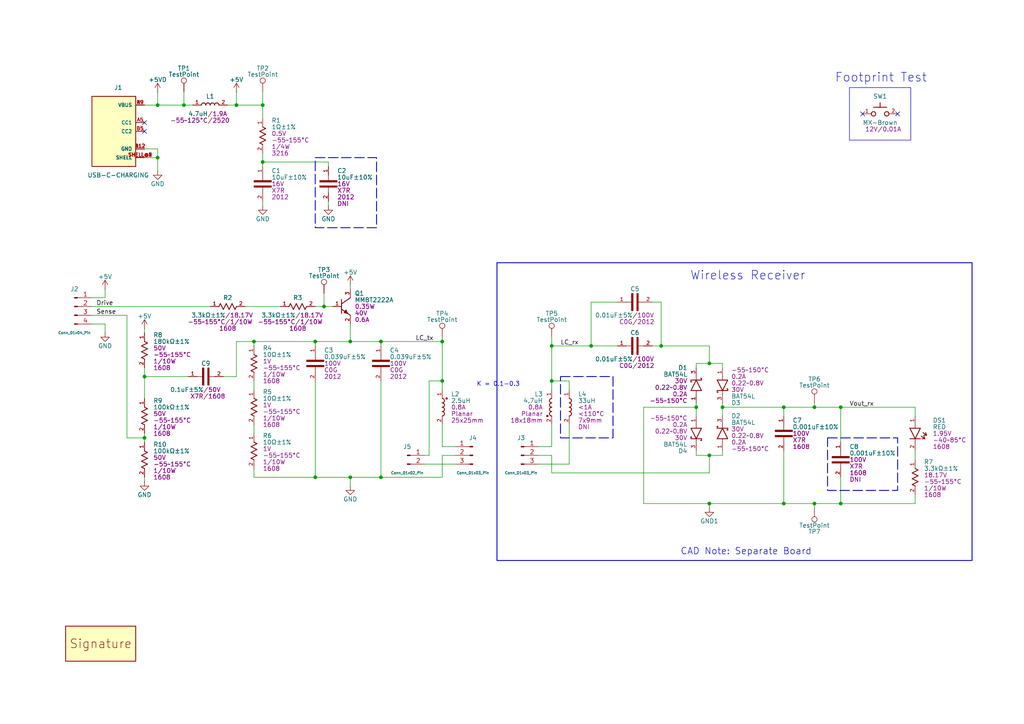
<source format=kicad_sch>
(kicad_sch (version 20231120) (generator "eeschema") (generator_version "8.0")
  (paper "A4")
  (lib_symbols
    (symbol "Connector:Conn_01x02_Pin" (pin_names (offset 1.016) hide)
      (property "Reference" "J" (at 0 2.54 0))
      (property "Value" "Conn_01x02_Pin" (at 0 -5.08 0))
      (symbol "Conn_01x02_Pin_1_1"
        (pin passive line (at 5.08 0 180) (length 3.81) (name "Pin_1") (number "1"))
        (pin passive line (at 5.08 -2.54 180) (length 3.81) (name "Pin_2") (number "2"))
      )
    )
    (symbol "Connector:Conn_01x03_Pin" (pin_names (offset 1.016) hide)
      (property "Reference" "J" (at 0 5.08 0))
      (property "Value" "Conn_01x03_Pin" (at 0 -5.08 0))
      (symbol "Conn_01x03_Pin_1_1"
        (pin passive line (at 5.08 2.54 180) (length 3.81) (name "Pin_1") (number "1"))
        (pin passive line (at 5.08 0 180) (length 3.81) (name "Pin_2") (number "2"))
        (pin passive line (at 5.08 -2.54 180) (length 3.81) (name "Pin_3") (number "3"))
      )
    )
    (symbol "Connector:Conn_01x04_Pin" (pin_names (offset 1.016) hide)
      (property "Reference" "J" (at 0 5.08 0))
      (property "Value" "Conn_01x04_Pin" (at 0 -7.62 0))
      (symbol "Conn_01x04_Pin_1_1"
        (pin passive line (at 5.08 2.54 180) (length 3.81) (name "Pin_1") (number "1"))
        (pin passive line (at 5.08 0 180) (length 3.81) (name "Pin_2") (number "2"))
        (pin passive line (at 5.08 -2.54 180) (length 3.81) (name "Pin_3") (number "3"))
        (pin passive line (at 5.08 -5.08 180) (length 3.81) (name "Pin_4") (number "4"))
      )
    )
    (symbol "Connector:TestPoint" (pin_numbers hide) (pin_names (offset 0.762) hide)
      (property "Reference" "TP" (at 0 6.858 0))
      (property "Value" "TestPoint" (at 0 5.08 0))
      (symbol "TestPoint_1_1"
        (pin passive line (at 0 0 90) (length 2.54) (name "1") (number "1"))
      )
    )
    (symbol "Harrington-Aesthetics:SIGNATURE" (pin_names (offset 1.016))
      (symbol "SIGNATURE_0_0"
        (text "Signature" (at 0 0 0) (effects (font (size 2.54 2.54))))
      )
    )
    (symbol "Harrington-Capacitors:0.001uF±10%-1608-V" (pin_names (offset 1.016))
      (property "Reference" "C" (at 2.54 3.81 0))
      (property "Value" "0.001uF±10%" (at 2.54 1.905 0))
      (property "VOLTAGE" "100V" (at 2.54 0 0))
      (property "TEMPERATURE" "X7R" (at 2.54 -1.905 0))
      (property "SIZE" "1608" (at 2.54 -3.81 0))
      (symbol "0.001uF±10%-1608-V_0_0"
        (pin passive line (at 0 5.08 270) (length 2.54) (name "~") (number "1"))
        (pin passive line (at 0 -5.08 90) (length 2.54) (name "~") (number "2"))
      )
    )
    (symbol "Harrington-Capacitors:0.01uF±5%-2012-H" (pin_names (offset 1.016))
      (property "Reference" "C" (at 0 3.81 0))
      (property "Value" "0.01uF±5%" (at -0.635 -3.81 0))
      (property "VOLTAGE" "100V" (at 0.635 -3.81 0))
      (property "TEMPERATURE" "C0G" (at -0.635 -5.715 0))
      (property "SIZE" "2012" (at 0.635 -5.715 0))
      (symbol "0.01uF±5%-2012-H_0_0"
        (text "/" (at 0 -5.715 0) (effects (font (size 1.27 1.27))))
        (text "/" (at 0 -3.81 0) (effects (font (size 1.27 1.27))))
        (pin passive line (at -5.08 0 0) (length 2.54) (name "~") (number "1"))
        (pin passive line (at 5.08 0 180) (length 2.54) (name "~") (number "2"))
      )
    )
    (symbol "Harrington-Capacitors:0.039uF±5%-2012-V" (pin_names (offset 1.016))
      (property "Reference" "C" (at 2.54 3.81 0))
      (property "Value" "0.039uF±5%" (at 2.54 1.905 0))
      (property "VOLTAGE" "100V" (at 2.54 0 0))
      (property "TEMPERATURE" "C0G" (at 2.54 -1.905 0))
      (property "SIZE" "2012" (at 2.54 -3.81 0))
      (symbol "0.039uF±5%-2012-V_0_0"
        (pin passive line (at 0 5.08 270) (length 2.54) (name "~") (number "1"))
        (pin passive line (at 0 -5.08 90) (length 2.54) (name "~") (number "2"))
      )
    )
    (symbol "Harrington-Capacitors:0.1uF±5%-1608-H" (pin_names (offset 1.016))
      (property "Reference" "C" (at 0 3.81 0))
      (property "Value" "0.1uF±5%" (at -0.635 -3.81 0))
      (property "VOLTAGE" "50V" (at 0.635 -3.81 0))
      (property "TEMPERATURE" "X7R" (at -0.635 -5.715 0))
      (property "SIZE" "1608" (at 0.635 -5.715 0))
      (symbol "0.1uF±5%-1608-H_0_0"
        (text "/" (at 0 -5.715 0) (effects (font (size 1.27 1.27))))
        (text "/" (at 0 -3.81 0) (effects (font (size 1.27 1.27))))
        (pin passive line (at -5.08 0 0) (length 2.54) (name "~") (number "1"))
        (pin passive line (at 5.08 0 180) (length 2.54) (name "~") (number "2"))
      )
    )
    (symbol "Harrington-Capacitors:10uF±10%-2012-V" (pin_names (offset 1.016))
      (property "Reference" "C" (at 2.54 3.81 0))
      (property "Value" "10uF±10%" (at 2.54 1.905 0))
      (property "VOLTAGE" "16V" (at 2.54 0 0))
      (property "TEMPERATURE" "X7R" (at 2.54 -1.905 0))
      (property "SIZE" "2012" (at 2.54 -3.81 0))
      (symbol "10uF±10%-2012-V_0_0"
        (pin passive line (at 0 5.08 270) (length 2.54) (name "~") (number "1"))
        (pin passive line (at 0 -5.08 90) (length 2.54) (name "~") (number "2"))
      )
    )
    (symbol "Harrington-Connectors:USB-C-CHARGING" (pin_names (offset 1.016))
      (property "Reference" "J" (at 0 12.7 0))
      (property "Value" "USB-C-CHARGING" (at 0 -12.7 0))
      (symbol "USB-C-CHARGING_0_0"
        (pin power_in line (at 7.62 -5.08 180) (length 2.54) (name "GND") (number "A12"))
        (pin bidirectional line (at 7.62 2.54 180) (length 2.54) (name "CC1") (number "A5"))
        (pin power_in line (at 7.62 7.62 180) (length 2.54) (name "VBUS") (number "A9"))
        (pin power_in line (at 7.62 -5.08 180) (length 2.54) (name "GND") (number "B12"))
        (pin bidirectional line (at 7.62 0 180) (length 2.54) (name "CC2") (number "B5"))
        (pin power_in line (at 7.62 7.62 180) (length 2.54) (name "VBUS") (number "B9"))
        (pin power_in line (at 7.62 -7.62 180) (length 2.54) (name "SHELL") (number "SHELL@1"))
        (pin power_in line (at 7.62 -7.62 180) (length 2.54) (name "SHELL") (number "SHELL@2"))
        (pin power_in line (at 7.62 -7.62 180) (length 2.54) (name "SHELL") (number "SHELL@3"))
        (pin power_in line (at 7.62 -7.62 180) (length 2.54) (name "SHELL") (number "SHELL@4"))
      )
    )
    (symbol "Harrington-Diodes:BAT54L-V" (pin_names (offset 1.016))
      (property "Reference" "D" (at 2.54 5.08 0))
      (property "Value" "BAT54L" (at 2.54 3.175 0))
      (property "VR_MAX" "30V" (at 2.54 1.27 0))
      (property "VF_MAX" "0.22~0.8V" (at 2.54 -0.635 0))
      (property "I_MAX" "0.2A" (at 2.54 -2.54 0))
      (property "TEMPERATURE" "-55~150°C" (at 2.54 -4.445 0))
      (symbol "BAT54L-V_1_0"
        (pin output line (at 0 -5.08 90) (length 2.54) (name "~") (number "1"))
        (pin input line (at 0 5.08 270) (length 2.54) (name "~") (number "3"))
      )
    )
    (symbol "Harrington-Diodes:RED-1608-V" (pin_names (offset 1.016))
      (property "Reference" "DS" (at 5.08 3.81 0))
      (property "Value" "RED" (at 5.08 1.905 0))
      (property "VOLTAGE" "1.95V" (at 5.08 0 0))
      (property "TEMPERATURE" "-40~85°C" (at 5.08 -1.905 0))
      (property "SIZE" "1608" (at 5.08 -3.81 0))
      (symbol "RED-1608-V_0_0"
        (pin input line (at 0 5.08 270) (length 2.54) (name "~") (number "1"))
        (pin output line (at 0 -5.08 90) (length 2.54) (name "~") (number "2"))
      )
    )
    (symbol "Harrington-Inductors:2.5uH-25x25mm-V" (pin_names (offset 1.016))
      (property "Reference" "L" (at 2.54 3.81 0))
      (property "Value" "2.5uH" (at 2.54 1.905 0))
      (property "CURRENT" "0.8A" (at 2.54 0 0))
      (property "TEMPERATURE" "N/A-Planar" (at 2.54 -1.905 0))
      (property "SIZE" "25x25mm" (at 2.54 -3.81 0))
      (symbol "2.5uH-25x25mm-V_0_0"
        (pin passive line (at 0 5.08 270) (length 2.54) (name "~") (number "1"))
        (pin passive line (at 0 -5.08 90) (length 2.54) (name "~") (number "2"))
      )
    )
    (symbol "Harrington-Inductors:33uH-7x9mm-V" (pin_names (offset 1.016))
      (property "Reference" "L" (at 2.54 3.81 0))
      (property "Value" "33uH" (at 2.54 1.905 0))
      (property "CURRENT" "<1A" (at 2.54 0 0))
      (property "TEMPERATURE" "<110°C" (at 2.54 -1.905 0))
      (property "SIZE" "7x9mm" (at 2.54 -3.81 0))
      (symbol "33uH-7x9mm-V_0_0"
        (pin passive line (at 0 5.08 270) (length 2.54) (name "~") (number "1"))
        (pin passive line (at 0 -5.08 90) (length 2.54) (name "~") (number "2"))
      )
    )
    (symbol "Harrington-Inductors:4.7uH-18x18mm-V" (pin_names (offset 1.016))
      (property "Reference" "L" (at 2.54 3.81 0))
      (property "Value" "4.7uH" (at 2.54 1.905 0))
      (property "CURRENT" "0.8A" (at 2.54 0 0))
      (property "TEMPERATURE" "N/A-Planar" (at 2.54 -1.905 0))
      (property "SIZE" "18x18mm" (at 2.54 -3.81 0))
      (symbol "4.7uH-18x18mm-V_0_0"
        (pin passive line (at 0 5.08 270) (length 2.54) (name "~") (number "1"))
        (pin passive line (at 0 -5.08 90) (length 2.54) (name "~") (number "2"))
      )
    )
    (symbol "Harrington-Inductors:4.7uH-2520-H" (pin_names (offset 1.016))
      (property "Reference" "L" (at 0 2.54 0))
      (property "Value" "4.7uH" (at -0.635 -2.54 0))
      (property "CURRENT" "1.9A" (at 0.635 -2.54 0))
      (property "TEMPERATURE" "-55~125°C" (at -0.635 -4.445 0))
      (property "SIZE" "2520" (at 0.635 -4.445 0))
      (symbol "4.7uH-2520-H_0_0"
        (text "/" (at 0 -4.445 0) (effects (font (size 1.27 1.27))))
        (text "/" (at 0 -2.54 0) (effects (font (size 1.27 1.27))))
        (pin passive line (at -5.08 0 0) (length 2.54) (name "~") (number "1"))
        (pin passive line (at 5.08 0 180) (length 2.54) (name "~") (number "2"))
      )
    )
    (symbol "Harrington-Resistors:100kΩ±1%-1608-V" (pin_names (offset 1.016))
      (property "Reference" "R" (at 2.54 4.445 0))
      (property "Value" "100kΩ±1%" (at 2.54 2.54 0))
      (property "TEMPERATURE" "-55~155°C" (at 2.54 -1.27 0))
      (property "POWER" "1/10W" (at 2.54 -3.175 0))
      (property "VOLTAGE" "50V" (at 2.54 0.635 0))
      (property "SIZE" "1608" (at 2.54 -5.08 0))
      (symbol "100kΩ±1%-1608-V_0_0"
        (pin passive line (at 0 5.08 270) (length 2.54) (name "~") (number "1"))
        (pin passive line (at 0 -5.08 90) (length 2.54) (name "~") (number "2"))
      )
    )
    (symbol "Harrington-Resistors:10Ω±1%-1608-V" (pin_names (offset 1.016))
      (property "Reference" "R" (at 2.54 4.445 0))
      (property "Value" "10Ω±1%" (at 2.54 2.54 0))
      (property "TEMPERATURE" "-55~155°C" (at 2.54 -1.27 0))
      (property "POWER" "1/10W" (at 2.54 -3.175 0))
      (property "VOLTAGE" "1V" (at 2.54 0.635 0))
      (property "SIZE" "1608" (at 2.54 -5.08 0))
      (symbol "10Ω±1%-1608-V_0_0"
        (pin passive line (at 0 5.08 270) (length 2.54) (name "~") (number "1"))
        (pin passive line (at 0 -5.08 90) (length 2.54) (name "~") (number "2"))
      )
    )
    (symbol "Harrington-Resistors:180kΩ±1%-1608-V" (pin_names (offset 1.016))
      (property "Reference" "R" (at 2.54 4.445 0))
      (property "Value" "180kΩ±1%" (at 2.54 2.54 0))
      (property "TEMPERATURE" "-55~155°C" (at 2.54 -1.27 0))
      (property "POWER" "1/10W" (at 2.54 -3.175 0))
      (property "VOLTAGE" "50V" (at 2.54 0.635 0))
      (property "SIZE" "1608" (at 2.54 -5.08 0))
      (symbol "180kΩ±1%-1608-V_0_0"
        (pin passive line (at 0 5.08 270) (length 2.54) (name "~") (number "1"))
        (pin passive line (at 0 -5.08 90) (length 2.54) (name "~") (number "2"))
      )
    )
    (symbol "Harrington-Resistors:1Ω±1%-3216-V" (pin_names (offset 1.016))
      (property "Reference" "R" (at 2.54 4.445 0))
      (property "Value" "1Ω±1%" (at 2.54 2.54 0))
      (property "TEMPERATURE" "-55~155°C" (at 2.54 -1.27 0))
      (property "POWER" "1/4W" (at 2.54 -3.175 0))
      (property "VOLTAGE" "0.5V" (at 2.54 0.635 0))
      (property "SIZE" "3216" (at 2.54 -5.08 0))
      (symbol "1Ω±1%-3216-V_0_0"
        (pin passive line (at 0 5.08 270) (length 2.54) (name "~") (number "1"))
        (pin passive line (at 0 -5.08 90) (length 2.54) (name "~") (number "2"))
      )
    )
    (symbol "Harrington-Resistors:3.3kΩ±1%-1608-H" (pin_names (offset 1.016))
      (property "Reference" "R" (at 0 2.54 0))
      (property "Value" "3.3kΩ±1%" (at -0.635 -2.54 0))
      (property "VOLTAGE" "18.17V" (at 0.635 -2.54 0))
      (property "TEMPERATURE" "-55~155°C" (at -0.635 -4.445 0))
      (property "POWER" "1/10W" (at 0.635 -4.445 0))
      (property "SIZE" "1608" (at 0 -6.35 0))
      (symbol "3.3kΩ±1%-1608-H_0_0"
        (text "/" (at 0 -4.445 0) (effects (font (size 1.27 1.27))))
        (text "/" (at 0 -2.54 0) (effects (font (size 1.27 1.27))))
        (pin passive line (at -5.08 0 0) (length 2.54) (name "~") (number "1"))
        (pin passive line (at 5.08 0 180) (length 2.54) (name "~") (number "2"))
      )
    )
    (symbol "Harrington-Resistors:3.3kΩ±1%-1608-V" (pin_names (offset 1.016))
      (property "Reference" "R" (at 2.54 4.445 0))
      (property "Value" "3.3kΩ±1%" (at 2.54 2.54 0))
      (property "TEMPERATURE" "-55~155°C" (at 2.54 -1.27 0))
      (property "POWER" "1/10W" (at 2.54 -3.175 0))
      (property "VOLTAGE" "18.17V" (at 2.54 0.635 0))
      (property "SIZE" "1608" (at 2.54 -5.08 0))
      (symbol "3.3kΩ±1%-1608-V_0_0"
        (pin passive line (at 0 5.08 270) (length 2.54) (name "~") (number "1"))
        (pin passive line (at 0 -5.08 90) (length 2.54) (name "~") (number "2"))
      )
    )
    (symbol "Harrington-Switches:MX-Brown-H" (pin_names (offset 1.016))
      (property "Reference" "SW" (at 0 5.08 0))
      (property "Value" "MX-Brown" (at 0 -2.54 0))
      (property "V_MAX" "12V" (at -0.635 -4.445 0))
      (property "I_MAX" "0.01A" (at 0.635 -4.445 0))
      (symbol "MX-Brown-H_0_0"
        (text "/" (at 0 -4.445 0) (effects (font (size 1.27 1.27))))
        (pin bidirectional line (at 5.08 0 180) (length 2.54) (name "~") (number "2"))
      )
      (symbol "MX-Brown-H_1_0"
        (pin bidirectional line (at -5.08 0 0) (length 2.54) (name "~") (number "1"))
      )
    )
    (symbol "Harrington-Transistors:MMBT2222A" (pin_names (offset 1.016))
      (property "Reference" "Q" (at 3.81 3.81 0))
      (property "Value" "MMBT2222A" (at 3.81 1.905 0))
      (property "VCE_MAX" "40V" (at 3.81 -1.905 0))
      (property "IC_MAX" "0.6A" (at 3.81 -3.81 0))
      (property "POWER" "0.35W" (at 3.81 0 0))
      (symbol "MMBT2222A_0_0"
        (pin input line (at -2.54 0 0) (length 2.54) (name "~") (number "1"))
        (pin output line (at 2.54 -5.08 90) (length 2.54) (name "~") (number "2"))
        (pin input line (at 2.54 5.08 270) (length 2.54) (name "~") (number "3"))
      )
    )
    (symbol "power:+5V" (power) (pin_numbers hide) (pin_names (offset 0) hide)
      (property "Value" "+5V" (at 0 3.556 0))
      (symbol "+5V_1_1"
        (pin power_in line (at 0 0 90) (length 0) (name "~") (number "1"))
      )
    )
    (symbol "power:+5VD" (power) (pin_numbers hide) (pin_names (offset 0) hide)
      (property "Value" "+5VD" (at 0 3.556 0))
      (symbol "+5VD_1_1"
        (pin power_in line (at 0 0 90) (length 0) (name "~") (number "1"))
      )
    )
    (symbol "power:GND" (power) (pin_numbers hide) (pin_names (offset 0) hide)
      (property "Value" "GND" (at 0 -3.81 0))
      (symbol "GND_1_1"
        (pin power_in line (at 0 0 270) (length 0) (name "~") (number "1"))
      )
    )
    (symbol "power:GND1" (power) (pin_numbers hide) (pin_names (offset 0) hide)
      (property "Value" "GND1" (at 0 -3.81 0))
      (symbol "GND1_1_1"
        (pin power_in line (at 0 0 270) (length 0) (name "~") (number "1"))
      )
    )
  )
  (junction (at 93.98 88.9))
  (junction (at 45.72 30.48))
  (junction (at 205.74 146.05))
  (junction (at 236.22 146.05))
  (junction (at 243.84 118.11))
  (junction (at 205.74 132.08))
  (junction (at 91.44 138.43))
  (junction (at 171.45 100.33))
  (junction (at 91.44 99.06))
  (junction (at 209.55 118.11))
  (junction (at 73.66 99.06))
  (junction (at 76.2 30.48))
  (junction (at 53.34 30.48))
  (junction (at 76.2 46.99))
  (junction (at 68.58 30.48))
  (junction (at 227.33 146.05))
  (junction (at 101.6 138.43))
  (junction (at 45.72 45.72))
  (junction (at 128.27 99.06))
  (junction (at 201.93 118.11))
  (junction (at 41.91 109.22))
  (junction (at 101.6 99.06))
  (junction (at 236.22 118.11))
  (junction (at 160.02 100.33))
  (junction (at 128.27 110.49))
  (junction (at 160.02 110.49))
  (junction (at 110.49 99.06))
  (junction (at 227.33 118.11))
  (junction (at 110.49 138.43))
  (junction (at 41.91 127))
  (junction (at 191.77 100.33))
  (junction (at 243.84 146.05))
  (junction (at 205.74 105.41))
  (no_connect (at 41.91 38.1))
  (no_connect (at 260.35 33.02))
  (no_connect (at 250.19 33.02))
  (no_connect (at 41.91 35.56))
  (wire (pts (xy 171.45 100.33) (xy 179.07 100.33)))
  (wire (pts (xy 165.1 134.62) (xy 156.21 134.62)))
  (wire (pts (xy 110.49 99.06) (xy 110.49 100.33)))
  (wire (pts (xy 205.74 132.08) (xy 209.55 132.08)))
  (wire (pts (xy 201.93 116.84) (xy 201.93 118.11)))
  (wire (pts (xy 91.44 138.43) (xy 101.6 138.43)))
  (wire (pts (xy 123.19 134.62) (xy 132.08 134.62)))
  (wire (pts (xy 76.2 46.99) (xy 76.2 48.26)))
  (wire (pts (xy 128.27 138.43) (xy 128.27 132.08)))
  (wire (pts (xy 201.93 132.08) (xy 205.74 132.08)))
  (wire (pts (xy 71.12 88.9) (xy 81.28 88.9)))
  (wire (pts (xy 73.66 110.49) (xy 73.66 113.03)))
  (wire (pts (xy 160.02 97.79) (xy 160.02 100.33)))
  (wire (pts (xy 205.74 105.41) (xy 209.55 105.41)))
  (wire (pts (xy 45.72 43.18) (xy 45.72 45.72)))
  (wire (pts (xy 30.48 83.82) (xy 30.48 86.36)))
  (wire (pts (xy 93.98 88.9) (xy 93.98 85.09)))
  (wire (pts (xy 236.22 118.11) (xy 243.84 118.11)))
  (wire (pts (xy 53.34 30.48) (xy 55.88 30.48)))
  (wire (pts (xy 191.77 100.33) (xy 205.74 100.33)))
  (wire (pts (xy 124.46 110.49) (xy 128.27 110.49)))
  (wire (pts (xy 265.43 118.11) (xy 265.43 120.65)))
  (wire (pts (xy 68.58 99.06) (xy 68.58 109.22)))
  (wire (pts (xy 243.84 118.11) (xy 265.43 118.11)))
  (wire (pts (xy 124.46 132.08) (xy 123.19 132.08)))
  (wire (pts (xy 227.33 146.05) (xy 236.22 146.05)))
  (wire (pts (xy 128.27 110.49) (xy 128.27 113.03)))
  (wire (pts (xy 209.55 105.41) (xy 209.55 106.68)))
  (wire (pts (xy 186.69 118.11) (xy 186.69 146.05)))
  (wire (pts (xy 227.33 130.81) (xy 227.33 146.05)))
  (wire (pts (xy 76.2 30.48) (xy 76.2 26.67)))
  (wire (pts (xy 73.66 99.06) (xy 73.66 100.33)))
  (wire (pts (xy 205.74 146.05) (xy 227.33 146.05)))
  (wire (pts (xy 45.72 30.48) (xy 53.34 30.48)))
  (wire (pts (xy 209.55 132.08) (xy 209.55 130.81)))
  (wire (pts (xy 165.1 123.19) (xy 165.1 134.62)))
  (wire (pts (xy 110.49 138.43) (xy 128.27 138.43)))
  (wire (pts (xy 41.91 127) (xy 41.91 128.27)))
  (wire (pts (xy 68.58 30.48) (xy 68.58 26.67)))
  (wire (pts (xy 91.44 110.49) (xy 91.44 138.43)))
  (wire (pts (xy 191.77 87.63) (xy 191.77 100.33)))
  (wire (pts (xy 189.23 87.63) (xy 191.77 87.63)))
  (wire (pts (xy 201.93 105.41) (xy 201.93 106.68)))
  (wire (pts (xy 243.84 146.05) (xy 265.43 146.05)))
  (wire (pts (xy 26.67 88.9) (xy 60.96 88.9)))
  (wire (pts (xy 186.69 146.05) (xy 205.74 146.05)))
  (wire (pts (xy 76.2 58.42) (xy 76.2 59.69)))
  (wire (pts (xy 205.74 137.16) (xy 160.02 137.16)))
  (wire (pts (xy 101.6 99.06) (xy 91.44 99.06)))
  (wire (pts (xy 205.74 100.33) (xy 205.74 105.41)))
  (wire (pts (xy 45.72 45.72) (xy 45.72 49.53)))
  (wire (pts (xy 236.22 146.05) (xy 243.84 146.05)))
  (wire (pts (xy 201.93 130.81) (xy 201.93 132.08)))
  (wire (pts (xy 68.58 109.22) (xy 64.77 109.22)))
  (wire (pts (xy 36.83 127) (xy 36.83 91.44)))
  (wire (pts (xy 201.93 118.11) (xy 201.93 120.65)))
  (wire (pts (xy 191.77 100.33) (xy 189.23 100.33)))
  (wire (pts (xy 128.27 97.79) (xy 128.27 99.06)))
  (wire (pts (xy 73.66 135.89) (xy 73.66 138.43)))
  (wire (pts (xy 91.44 99.06) (xy 91.44 100.33)))
  (wire (pts (xy 30.48 93.98) (xy 30.48 96.52)))
  (wire (pts (xy 236.22 116.84) (xy 236.22 118.11)))
  (wire (pts (xy 156.21 132.08) (xy 160.02 132.08)))
  (wire (pts (xy 41.91 95.25) (xy 41.91 96.52)))
  (wire (pts (xy 26.67 86.36) (xy 30.48 86.36)))
  (wire (pts (xy 73.66 123.19) (xy 73.66 125.73)))
  (wire (pts (xy 101.6 138.43) (xy 101.6 140.97)))
  (wire (pts (xy 227.33 118.11) (xy 236.22 118.11)))
  (wire (pts (xy 201.93 118.11) (xy 186.69 118.11)))
  (wire (pts (xy 265.43 146.05) (xy 265.43 143.51)))
  (wire (pts (xy 171.45 100.33) (xy 171.45 87.63)))
  (wire (pts (xy 53.34 26.67) (xy 53.34 30.48)))
  (wire (pts (xy 41.91 45.72) (xy 45.72 45.72)))
  (wire (pts (xy 41.91 138.43) (xy 41.91 139.7)))
  (wire (pts (xy 165.1 110.49) (xy 165.1 113.03)))
  (wire (pts (xy 236.22 146.05) (xy 236.22 147.32)))
  (wire (pts (xy 160.02 110.49) (xy 160.02 113.03)))
  (wire (pts (xy 160.02 123.19) (xy 160.02 129.54)))
  (wire (pts (xy 36.83 127) (xy 41.91 127)))
  (wire (pts (xy 45.72 26.67) (xy 45.72 30.48)))
  (wire (pts (xy 41.91 43.18) (xy 45.72 43.18)))
  (wire (pts (xy 36.83 91.44) (xy 26.67 91.44)))
  (wire (pts (xy 265.43 130.81) (xy 265.43 133.35)))
  (wire (pts (xy 110.49 110.49) (xy 110.49 138.43)))
  (wire (pts (xy 101.6 93.98) (xy 101.6 99.06)))
  (wire (pts (xy 209.55 116.84) (xy 209.55 118.11)))
  (wire (pts (xy 128.27 129.54) (xy 128.27 123.19)))
  (wire (pts (xy 76.2 30.48) (xy 76.2 34.29)))
  (wire (pts (xy 73.66 99.06) (xy 68.58 99.06)))
  (wire (pts (xy 243.84 118.11) (xy 243.84 128.27)))
  (wire (pts (xy 76.2 44.45) (xy 76.2 46.99)))
  (wire (pts (xy 41.91 109.22) (xy 41.91 115.57)))
  (wire (pts (xy 41.91 30.48) (xy 45.72 30.48)))
  (wire (pts (xy 160.02 100.33) (xy 160.02 110.49)))
  (wire (pts (xy 160.02 110.49) (xy 165.1 110.49)))
  (wire (pts (xy 101.6 138.43) (xy 110.49 138.43)))
  (wire (pts (xy 171.45 87.63) (xy 179.07 87.63)))
  (wire (pts (xy 95.25 46.99) (xy 95.25 48.26)))
  (wire (pts (xy 91.44 88.9) (xy 93.98 88.9)))
  (wire (pts (xy 66.04 30.48) (xy 68.58 30.48)))
  (wire (pts (xy 128.27 132.08) (xy 132.08 132.08)))
  (wire (pts (xy 205.74 105.41) (xy 201.93 105.41)))
  (wire (pts (xy 160.02 132.08) (xy 160.02 137.16)))
  (wire (pts (xy 93.98 88.9) (xy 96.52 88.9)))
  (wire (pts (xy 76.2 46.99) (xy 95.25 46.99)))
  (wire (pts (xy 227.33 118.11) (xy 227.33 120.65)))
  (wire (pts (xy 110.49 99.06) (xy 128.27 99.06)))
  (wire (pts (xy 91.44 99.06) (xy 73.66 99.06)))
  (wire (pts (xy 243.84 138.43) (xy 243.84 146.05)))
  (wire (pts (xy 41.91 125.73) (xy 41.91 127)))
  (wire (pts (xy 41.91 109.22) (xy 41.91 106.68)))
  (wire (pts (xy 26.67 93.98) (xy 30.48 93.98)))
  (wire (pts (xy 205.74 132.08) (xy 205.74 137.16)))
  (wire (pts (xy 95.25 58.42) (xy 95.25 59.69)))
  (wire (pts (xy 128.27 99.06) (xy 128.27 110.49)))
  (wire (pts (xy 101.6 99.06) (xy 110.49 99.06)))
  (wire (pts (xy 209.55 118.11) (xy 209.55 120.65)))
  (wire (pts (xy 160.02 100.33) (xy 171.45 100.33)))
  (wire (pts (xy 54.61 109.22) (xy 41.91 109.22)))
  (wire (pts (xy 68.58 30.48) (xy 76.2 30.48)))
  (wire (pts (xy 73.66 138.43) (xy 91.44 138.43)))
  (wire (pts (xy 205.74 146.05) (xy 205.74 147.32)))
  (wire (pts (xy 101.6 82.55) (xy 101.6 83.82)))
  (wire (pts (xy 132.08 129.54) (xy 128.27 129.54)))
  (wire (pts (xy 156.21 129.54) (xy 160.02 129.54)))
  (wire (pts (xy 209.55 118.11) (xy 227.33 118.11)))
  (wire (pts (xy 124.46 132.08) (xy 124.46 110.49)))
  (rectangle (start 240.03 127) (end 260.35 142.24) (stroke (width 0.254) (type dash)))
  (rectangle (start 246.38 25.4) (end 264.16 40.64))
  (rectangle (start 144.145 76.2) (end 281.94 162.56) (stroke (width 0.254)))
  (rectangle (start 91.44 45.72) (end 109.22 66.04) (stroke (width 0.254) (type dash)))
  (rectangle (start 162.56 109.22) (end 177.8 127) (stroke (width 0.254) (type dash)))
  (text "Footprint Test\n" (at 255.524 22.606 0) (effects (font (size 2.54 2.54))))
  (text "K = 0.1-0.3" (at 144.526 111.506 0) (effects (font (size 1.27 1.27))))
  (text "CAD Note: Separate Board" (at 216.408 160.02 0) (effects (font (size 1.905 1.905))))
  (text "Wireless Receiver" (at 216.916 80.01 0) (effects (font (size 2.54 2.54))))
  (label "Drive" (at 27.94 88.9 0))
  (label "Sense" (at 27.94 91.44 0))
  (label "LC_rx" (at 162.56 100.33 0))
  (label "LC_tx" (at 125.73 99.06 180))
  (label "Vout_rx" (at 246.38 118.11 0))
  (symbol (lib_id "Harrington-Aesthetics:SIGNATURE") (at 29.21 186.69 0) (unit 1)
    (property "Reference" "U1" (effects (hide yes)))
    (property "Value" "SIGNATURE" (effects (hide yes)))
    (property "Footprint" "Harrington-Aesthetics:SIGNATURE" (effects (hide yes)))
    (property "Description" "Personal Board Signature" (effects (hide yes)))
  )
  (symbol (lib_id "Harrington-Resistors:10Ω±1%-1608-V") (at 73.66 130.81 0) (unit 1)
    (property "Reference" "R6" (at 76.2 126.365 0) (effects (justify left)))
    (property "Value" "10Ω±1%" (at 76.2 128.27 0) (effects (justify left)))
    (property "Footprint" "Harrington-Resistors:1608-SEM" (effects (hide yes)))
    (property "TEMPERATURE" "-55~155°C" (at 76.2 132.08 0) (effects (justify left)))
    (property "POWER" "1/10W" (at 76.2 133.985 0) (effects (justify left)))
    (property "VOLTAGE" "1V" (at 76.2 130.175 0) (effects (justify left)))
    (property "SIZE" "1608" (at 76.2 135.89 0) (effects (justify left)))
  )
  (symbol (lib_id "Harrington-Diodes:BAT54L-V") (at 209.55 125.73 0) (unit 1)
    (property "Reference" "D2" (at 212.09 120.65 0) (effects (justify left)))
    (property "Value" "BAT54L" (at 212.09 122.555 0) (effects (justify left)))
    (property "Footprint" "Harrington-Diodes:SOT-23-3" (effects (hide yes)))
    (property "Description" "High Frequency, Low Vf" (effects (hide yes)))
    (property "VR_MAX" "30V" (at 212.09 124.46 0) (effects (justify left)))
    (property "VF_MAX" "0.22~0.8V" (at 212.09 126.365 0) (effects (justify left)))
    (property "I_MAX" "0.2A" (at 212.09 128.27 0) (effects (justify left)))
    (property "TEMPERATURE" "-55~150°C" (at 212.09 130.175 0) (effects (justify left)))
  )
  (symbol (lib_id "Harrington-Inductors:4.7uH-18x18mm-V") (at 160.02 118.11 0) (mirror y) (unit 1)
    (property "Reference" "L3" (at 157.48 114.3 0) (effects (justify left)))
    (property "Value" "4.7uH" (at 157.48 116.205 0) (effects (justify left)))
    (property "Footprint" "Harrington-Inductors:PLANAR-4.7uH-18x18mm" (effects (hide yes)))
    (property "CURRENT" "0.8A" (at 157.48 118.11 0) (effects (justify left)))
    (property "TEMPERATURE" "Planar" (at 157.48 120.015 0) (effects (justify left)))
    (property "SIZE" "18x18mm" (at 157.48 121.92 0) (effects (justify left)))
  )
  (symbol (lib_id "Harrington-Resistors:100kΩ±1%-1608-V") (at 41.91 133.35 0) (unit 1)
    (property "Reference" "R10" (at 44.45 128.905 0) (effects (justify left)))
    (property "Value" "100kΩ±1%" (at 44.45 130.81 0) (effects (justify left)))
    (property "Footprint" "Harrington-Resistors:1608-SEM" (effects (hide yes)))
    (property "TEMPERATURE" "-55~155°C" (at 44.45 134.62 0) (effects (justify left)))
    (property "POWER" "1/10W" (at 44.45 136.525 0) (effects (justify left)))
    (property "VOLTAGE" "50V" (at 44.45 132.715 0) (effects (justify left)))
    (property "SIZE" "1608" (at 44.45 138.43 0) (effects (justify left)))
  )
  (symbol (lib_id "Harrington-Resistors:180kΩ±1%-1608-V") (at 41.91 101.6 0) (unit 1)
    (property "Reference" "R8" (at 44.45 97.155 0) (effects (justify left)))
    (property "Value" "180kΩ±1%" (at 44.45 99.06 0) (effects (justify left)))
    (property "Footprint" "Harrington-Resistors:1608-SEM" (effects (hide yes)))
    (property "TEMPERATURE" "-55~155°C" (at 44.45 102.87 0) (effects (justify left)))
    (property "POWER" "1/10W" (at 44.45 104.775 0) (effects (justify left)))
    (property "VOLTAGE" "50V" (at 44.45 100.965 0) (effects (justify left)))
    (property "SIZE" "1608" (at 44.45 106.68 0) (effects (justify left)))
  )
  (symbol (lib_id "Harrington-Capacitors:0.01uF±5%-2012-H") (at 184.15 100.33 0) (unit 1)
    (property "Reference" "C6" (at 184.15 96.52 0))
    (property "Value" "0.01uF±5%" (at 183.515 104.14 0) (effects (justify right)))
    (property "Footprint" "Harrington-Capacitors:2012-SEM" (effects (hide yes)))
    (property "Description" "C0G" (effects (hide yes)))
    (property "VOLTAGE" "100V" (at 184.785 104.14 0) (effects (justify left)))
    (property "TEMPERATURE" "C0G" (at 183.515 106.045 0) (effects (justify right)))
    (property "SIZE" "2012" (at 184.785 106.045 0) (effects (justify left)))
  )
  (symbol (lib_id "Harrington-Resistors:3.3kΩ±1%-1608-V") (at 265.43 138.43 0) (unit 1)
    (property "Reference" "R7" (at 267.97 133.985 0) (effects (justify left)))
    (property "Value" "3.3kΩ±1%" (at 267.97 135.89 0) (effects (justify left)))
    (property "Footprint" "Harrington-Resistors:1608-SEM" (effects (hide yes)))
    (property "TEMPERATURE" "-55~155°C" (at 267.97 139.7 0) (effects (justify left)))
    (property "POWER" "1/10W" (at 267.97 141.605 0) (effects (justify left)))
    (property "VOLTAGE" "18.17V" (at 267.97 137.795 0) (effects (justify left)))
    (property "SIZE" "1608" (at 267.97 143.51 0) (effects (justify left)))
  )
  (symbol (lib_id "Harrington-Transistors:MMBT2222A") (at 99.06 88.9 0) (unit 1)
    (property "Reference" "Q1" (at 102.87 85.09 0) (effects (justify left)))
    (property "Value" "MMBT2222A" (at 102.87 86.995 0) (effects (justify left)))
    (property "Footprint" "Harrington-Transistors:SOT-23-3" (effects (hide yes)))
    (property "Description" "NPN - Low Power, β=50~100" (effects (hide yes)))
    (property "VCE_MAX" "40V" (at 102.87 90.805 0) (effects (justify left)))
    (property "IC_MAX" "0.6A" (at 102.87 92.71 0) (effects (justify left)))
    (property "POWER" "0.35W" (at 102.87 88.9 0) (effects (justify left)))
  )
  (symbol (lib_id "Harrington-Capacitors:0.039uF±5%-2012-V") (at 110.49 105.41 0) (unit 1)
    (property "Reference" "C4" (at 113.03 101.6 0) (effects (justify left)))
    (property "Value" "0.039uF±5%" (at 113.03 103.505 0) (effects (justify left)))
    (property "Footprint" "Harrington-Capacitors:2012-SEM" (effects (hide yes)))
    (property "Description" "C0G" (effects (hide yes)))
    (property "VOLTAGE" "100V" (at 113.03 105.41 0) (effects (justify left)))
    (property "TEMPERATURE" "C0G" (at 113.03 107.315 0) (effects (justify left)))
    (property "SIZE" "2012" (at 113.03 109.22 0) (effects (justify left)))
  )
  (symbol (lib_id "Connector:Conn_01x04_Pin") (at 21.59 88.9 0) (unit 1)
    (property "Reference" "J2" (at 21.59 83.82 0))
    (property "Value" "Conn_01x04_Pin" (at 21.59 96.52 0) (effects (font (size 0.762 0.762))))
    (property "Footprint" "Connector_PinHeader_2.54mm:PinHeader_1x04_P2.54mm_Vertical" (effects (hide yes)))
    (property "Description" "Generic connector, single row, 01x04, script generated" (effects (hide yes)))
  )
  (symbol (lib_id "Harrington-Resistors:3.3kΩ±1%-1608-H") (at 86.36 88.9 0) (unit 1)
    (property "Reference" "R3" (at 86.36 86.36 0))
    (property "Value" "3.3kΩ±1%" (at 85.725 91.44 0) (effects (justify right)))
    (property "Footprint" "Harrington-Resistors:1608-SEM" (effects (hide yes)))
    (property "VOLTAGE" "18.17V" (at 86.995 91.44 0) (effects (justify left)))
    (property "TEMPERATURE" "-55~155°C" (at 85.725 93.345 0) (effects (justify right)))
    (property "POWER" "1/10W" (at 86.995 93.345 0) (effects (justify left)))
    (property "SIZE" "1608" (at 86.36 95.25 0))
  )
  (symbol (lib_id "power:GND") (at 76.2 59.69 0) (unit 1)
    (property "Reference" "#PWR01" (effects (hide yes)))
    (property "Value" "GND" (at 76.2 63.5 0))
    (property "Description" "Power symbol creates a global label with name \"GND\" , ground" (effects (hide yes)))
  )
  (symbol (lib_id "Harrington-Resistors:1Ω±1%-3216-V") (at 76.2 39.37 0) (unit 1)
    (property "Reference" "R1" (at 78.74 34.925 0) (effects (justify left)))
    (property "Value" "1Ω±1%" (at 78.74 36.83 0) (effects (justify left)))
    (property "Footprint" "Harrington-Resistors:3216-SEM" (effects (hide yes)))
    (property "TEMPERATURE" "-55~155°C" (at 78.74 40.64 0) (effects (justify left)))
    (property "POWER" "1/4W" (at 78.74 42.545 0) (effects (justify left)))
    (property "VOLTAGE" "0.5V" (at 78.74 38.735 0) (effects (justify left)))
    (property "SIZE" "3216" (at 78.74 44.45 0) (effects (justify left)))
  )
  (symbol (lib_id "Harrington-Diodes:RED-1608-V") (at 265.43 125.73 0) (unit 1)
    (property "Reference" "DS1" (at 270.51 121.92 0) (effects (justify left)))
    (property "Value" "RED" (at 270.51 123.825 0) (effects (justify left)))
    (property "Footprint" "Harrington-Diodes:1608" (effects (hide yes)))
    (property "Description" "630nm" (effects (hide yes)))
    (property "VOLTAGE" "1.95V" (at 270.51 125.73 0) (effects (justify left)))
    (property "TEMPERATURE" "-40~85°C" (at 270.51 127.635 0) (effects (justify left)))
    (property "SIZE" "1608" (at 270.51 129.54 0) (effects (justify left)))
  )
  (symbol (lib_id "power:+5V") (at 101.6 82.55 0) (unit 1)
    (property "Reference" "#PWR06" (effects (hide yes)))
    (property "Value" "+5V" (at 101.6 78.994 0))
    (property "Description" "Power symbol creates a global label with name \"+5V\"" (effects (hide yes)))
  )
  (symbol (lib_id "Connector:TestPoint") (at 76.2 26.67 0) (unit 1)
    (property "Reference" "TP2" (at 76.2 19.812 0))
    (property "Value" "TestPoint" (at 76.2 21.59 0))
    (property "Footprint" "TestPoint:TestPoint_Pad_D1.0mm" (effects (hide yes)))
    (property "Description" "test point" (effects (hide yes)))
  )
  (symbol (lib_id "Harrington-Switches:MX-Brown-H") (at 255.27 33.02 0) (unit 1)
    (property "Reference" "SW1" (at 255.27 27.94 0))
    (property "Value" "MX-Brown" (at 255.27 35.56 0))
    (property "Footprint" "Harrington-Switches:MX-1-Pole" (effects (hide yes)))
    (property "V_MAX" "12V" (at 254.635 37.465 0) (effects (justify right)))
    (property "I_MAX" "0.01A" (at 255.905 37.465 0) (effects (justify left)))
  )
  (symbol (lib_id "Connector:Conn_01x03_Pin") (at 151.13 132.08 0) (unit 1)
    (property "Reference" "J3" (at 151.13 127 0))
    (property "Value" "Conn_01x03_Pin" (at 151.13 137.16 0) (effects (font (size 0.762 0.762))))
    (property "Footprint" "Connector_PinHeader_2.54mm:PinHeader_1x03_P2.54mm_Vertical" (effects (hide yes)))
    (property "Description" "Generic connector, single row, 01x03, script generated" (effects (hide yes)))
  )
  (symbol (lib_id "Harrington-Resistors:10Ω±1%-1608-V") (at 73.66 118.11 0) (unit 1)
    (property "Reference" "R5" (at 76.2 113.665 0) (effects (justify left)))
    (property "Value" "10Ω±1%" (at 76.2 115.57 0) (effects (justify left)))
    (property "Footprint" "Harrington-Resistors:1608-SEM" (effects (hide yes)))
    (property "TEMPERATURE" "-55~155°C" (at 76.2 119.38 0) (effects (justify left)))
    (property "POWER" "1/10W" (at 76.2 121.285 0) (effects (justify left)))
    (property "VOLTAGE" "1V" (at 76.2 117.475 0) (effects (justify left)))
    (property "SIZE" "1608" (at 76.2 123.19 0) (effects (justify left)))
  )
  (symbol (lib_id "Harrington-Inductors:2.5uH-25x25mm-V") (at 128.27 118.11 0) (unit 1)
    (property "Reference" "L2" (at 130.81 114.3 0) (effects (justify left)))
    (property "Value" "2.5uH" (at 130.81 116.205 0) (effects (justify left)))
    (property "Footprint" "Harrington-Inductors:PLANAR-2.5uH-25x25mm" (effects (hide yes)))
    (property "CURRENT" "0.8A" (at 130.81 118.11 0) (effects (justify left)))
    (property "TEMPERATURE" "Planar" (at 130.81 120.015 0) (effects (justify left)))
    (property "SIZE" "25x25mm" (at 130.81 121.92 0) (effects (justify left)))
  )
  (symbol (lib_id "Harrington-Capacitors:0.039uF±5%-2012-V") (at 91.44 105.41 0) (unit 1)
    (property "Reference" "C3" (at 93.98 101.6 0) (effects (justify left)))
    (property "Value" "0.039uF±5%" (at 93.98 103.505 0) (effects (justify left)))
    (property "Footprint" "Harrington-Capacitors:2012-SEM" (effects (hide yes)))
    (property "Description" "C0G" (effects (hide yes)))
    (property "VOLTAGE" "100V" (at 93.98 105.41 0) (effects (justify left)))
    (property "TEMPERATURE" "C0G" (at 93.98 107.315 0) (effects (justify left)))
    (property "SIZE" "2012" (at 93.98 109.22 0) (effects (justify left)))
  )
  (symbol (lib_id "Harrington-Capacitors:0.001uF±10%-1608-V") (at 227.33 125.73 0) (unit 1)
    (property "Reference" "C7" (at 229.87 121.92 0) (effects (justify left)))
    (property "Value" "0.001uF±10%" (at 229.87 123.825 0) (effects (justify left)))
    (property "Footprint" "Harrington-Capacitors:1608-SEM" (effects (hide yes)))
    (property "VOLTAGE" "100V" (at 229.87 125.73 0) (effects (justify left)))
    (property "TEMPERATURE" "X7R" (at 229.87 127.635 0) (effects (justify left)))
    (property "SIZE" "1608" (at 229.87 129.54 0) (effects (justify left)))
  )
  (symbol (lib_id "Harrington-Diodes:BAT54L-V") (at 209.55 111.76 0) (mirror x) (unit 1)
    (property "Reference" "D3" (at 212.09 116.84 0) (effects (justify left)))
    (property "Value" "BAT54L" (at 212.09 114.935 0) (effects (justify left)))
    (property "Footprint" "Harrington-Diodes:SOT-23-3" (effects (hide yes)))
    (property "Description" "High Frequency, Low Vf" (effects (hide yes)))
    (property "VR_MAX" "30V" (at 212.09 113.03 0) (effects (justify left)))
    (property "VF_MAX" "0.22~0.8V" (at 212.09 111.125 0) (effects (justify left)))
    (property "I_MAX" "0.2A" (at 212.09 109.22 0) (effects (justify left)))
    (property "TEMPERATURE" "-55~150°C" (at 212.09 107.315 0) (effects (justify left)))
  )
  (symbol (lib_id "Harrington-Diodes:BAT54L-V") (at 201.93 125.73 180) (unit 1)
    (property "Reference" "D4" (at 199.39 130.81 0) (effects (justify left)))
    (property "Value" "BAT54L" (at 199.39 128.905 0) (effects (justify left)))
    (property "Footprint" "Harrington-Diodes:SOT-23-3" (effects (hide yes)))
    (property "Description" "High Frequency, Low Vf" (effects (hide yes)))
    (property "VR_MAX" "30V" (at 199.39 127 0) (effects (justify left)))
    (property "VF_MAX" "0.22~0.8V" (at 199.39 125.095 0) (effects (justify left)))
    (property "I_MAX" "0.2A" (at 199.39 123.19 0) (effects (justify left)))
    (property "TEMPERATURE" "-55~150°C" (at 199.39 121.285 0) (effects (justify left)))
  )
  (symbol (lib_id "Connector:TestPoint") (at 53.34 26.67 0) (unit 1)
    (property "Reference" "TP1" (at 53.34 19.812 0))
    (property "Value" "TestPoint" (at 53.34 21.59 0))
    (property "Footprint" "TestPoint:TestPoint_Pad_D1.0mm" (effects (hide yes)))
    (property "Description" "test point" (effects (hide yes)))
  )
  (symbol (lib_id "Harrington-Connectors:USB-C-CHARGING") (at 34.29 38.1 0) (unit 1)
    (property "Reference" "J1" (at 34.29 25.4 0))
    (property "Value" "USB-C-CHARGING" (at 34.29 50.8 0))
    (property "Footprint" "Harrington-Connectors:USB-4125" (effects (hide yes)))
  )
  (symbol (lib_id "Harrington-Capacitors:10uF±10%-2012-V") (at 76.2 53.34 0) (unit 1)
    (property "Reference" "C1" (at 78.74 49.53 0) (effects (justify left)))
    (property "Value" "10uF±10%" (at 78.74 51.435 0) (effects (justify left)))
    (property "Footprint" "Harrington-Capacitors:2012-SEM" (effects (hide yes)))
    (property "VOLTAGE" "16V" (at 78.74 53.34 0) (effects (justify left)))
    (property "TEMPERATURE" "X7R" (at 78.74 55.245 0) (effects (justify left)))
    (property "SIZE" "2012" (at 78.74 57.15 0) (effects (justify left)))
  )
  (symbol (lib_id "Harrington-Capacitors:0.001uF±10%-1608-V") (at 243.84 133.35 0) (unit 1) (in_bom no)
    (property "Reference" "C8" (at 246.38 129.54 0) (effects (justify left)))
    (property "Value" "0.001uF±10%" (at 246.38 131.445 0) (effects (justify left)))
    (property "Footprint" "Harrington-Capacitors:1608-SEM" (effects (hide yes)))
    (property "VOLTAGE" "100V" (at 246.38 133.35 0) (effects (justify left)))
    (property "TEMPERATURE" "X7R" (at 246.38 135.255 0) (effects (justify left)))
    (property "SIZE" "1608" (at 246.38 137.16 0) (effects (justify left)))
    (property "DNI" "DNI" (at 246.38 139.065 0) (effects (justify left)))
  )
  (symbol (lib_id "Harrington-Diodes:BAT54L-V") (at 201.93 111.76 0) (mirror y) (unit 1)
    (property "Reference" "D1" (at 199.39 106.68 0) (effects (justify left)))
    (property "Value" "BAT54L" (at 199.39 108.585 0) (effects (justify left)))
    (property "Footprint" "Harrington-Diodes:SOT-23-3" (effects (hide yes)))
    (property "Description" "High Frequency, Low Vf" (effects (hide yes)))
    (property "VR_MAX" "30V" (at 199.39 110.49 0) (effects (justify left)))
    (property "VF_MAX" "0.22~0.8V" (at 199.39 112.395 0) (effects (justify left)))
    (property "I_MAX" "0.2A" (at 199.39 114.3 0) (effects (justify left)))
    (property "TEMPERATURE" "-55~150°C" (at 199.39 116.205 0) (effects (justify left)))
  )
  (symbol (lib_id "Connector:Conn_01x03_Pin") (at 137.16 132.08 0) (mirror y) (unit 1)
    (property "Reference" "J4" (at 137.16 127 0))
    (property "Value" "Conn_01x03_Pin" (at 137.16 137.16 0) (effects (font (size 0.762 0.762))))
    (property "Footprint" "Connector_PinHeader_2.54mm:PinHeader_1x03_P2.54mm_Vertical" (effects (hide yes)))
    (property "Description" "Generic connector, single row, 01x03, script generated" (effects (hide yes)))
  )
  (symbol (lib_id "power:+5VD") (at 45.72 26.67 0) (unit 1)
    (property "Reference" "#PWR04" (effects (hide yes)))
    (property "Value" "+5VD" (at 45.72 23.114 0))
    (property "Description" "Power symbol creates a global label with name \"+5VD\"" (effects (hide yes)))
  )
  (symbol (lib_id "power:GND") (at 95.25 59.69 0) (unit 1)
    (property "Reference" "#PWR02" (effects (hide yes)))
    (property "Value" "GND" (at 95.25 63.5 0))
    (property "Description" "Power symbol creates a global label with name \"GND\" , ground" (effects (hide yes)))
  )
  (symbol (lib_id "power:GND") (at 30.48 96.52 0) (unit 1)
    (property "Reference" "#PWR010" (effects (hide yes)))
    (property "Value" "GND" (at 30.48 100.33 0))
    (property "Description" "Power symbol creates a global label with name \"GND\" , ground" (effects (hide yes)))
  )
  (symbol (lib_id "Harrington-Inductors:4.7uH-2520-H") (at 60.96 30.48 0) (unit 1)
    (property "Reference" "L1" (at 60.96 27.94 0))
    (property "Value" "4.7uH" (at 60.325 33.02 0) (effects (justify right)))
    (property "Footprint" "Harrington-Inductors:2520-SEM" (effects (hide yes)))
    (property "CURRENT" "1.9A" (at 61.595 33.02 0) (effects (justify left)))
    (property "TEMPERATURE" "-55~125°C" (at 60.325 34.925 0) (effects (justify right)))
    (property "SIZE" "2520" (at 61.595 34.925 0) (effects (justify left)))
  )
  (symbol (lib_id "Connector:TestPoint") (at 128.27 97.79 0) (unit 1)
    (property "Reference" "TP4" (at 128.27 90.932 0))
    (property "Value" "TestPoint" (at 128.27 92.71 0))
    (property "Footprint" "TestPoint:TestPoint_Pad_D1.0mm" (effects (hide yes)))
    (property "Description" "test point" (effects (hide yes)))
  )
  (symbol (lib_id "Connector:Conn_01x02_Pin") (at 118.11 132.08 0) (unit 1)
    (property "Reference" "J5" (at 118.11 129.54 0))
    (property "Value" "Conn_01x02_Pin" (at 118.11 137.16 0) (effects (font (size 0.762 0.762))))
    (property "Footprint" "Connector_PinHeader_2.54mm:PinHeader_1x02_P2.54mm_Vertical" (effects (hide yes)))
    (property "Description" "Generic connector, single row, 01x02, script generated" (effects (hide yes)))
  )
  (symbol (lib_id "Harrington-Resistors:3.3kΩ±1%-1608-H") (at 66.04 88.9 0) (unit 1)
    (property "Reference" "R2" (at 66.04 86.36 0))
    (property "Value" "3.3kΩ±1%" (at 65.405 91.44 0) (effects (justify right)))
    (property "Footprint" "Harrington-Resistors:1608-SEM" (effects (hide yes)))
    (property "VOLTAGE" "18.17V" (at 66.675 91.44 0) (effects (justify left)))
    (property "TEMPERATURE" "-55~155°C" (at 65.405 93.345 0) (effects (justify right)))
    (property "POWER" "1/10W" (at 66.675 93.345 0) (effects (justify left)))
    (property "SIZE" "1608" (at 66.04 95.25 0))
  )
  (symbol (lib_id "Harrington-Capacitors:0.01uF±5%-2012-H") (at 184.15 87.63 0) (unit 1)
    (property "Reference" "C5" (at 184.15 83.82 0))
    (property "Value" "0.01uF±5%" (at 183.515 91.44 0) (effects (justify right)))
    (property "Footprint" "Harrington-Capacitors:2012-SEM" (effects (hide yes)))
    (property "Description" "C0G" (effects (hide yes)))
    (property "VOLTAGE" "100V" (at 184.785 91.44 0) (effects (justify left)))
    (property "TEMPERATURE" "C0G" (at 183.515 93.345 0) (effects (justify right)))
    (property "SIZE" "2012" (at 184.785 93.345 0) (effects (justify left)))
  )
  (symbol (lib_id "Connector:TestPoint") (at 236.22 116.84 0) (unit 1)
    (property "Reference" "TP6" (at 236.22 109.982 0))
    (property "Value" "TestPoint" (at 236.22 111.76 0))
    (property "Footprint" "TestPoint:TestPoint_Pad_D1.0mm" (effects (hide yes)))
    (property "Description" "test point" (effects (hide yes)))
  )
  (symbol (lib_id "Harrington-Capacitors:10uF±10%-2012-V") (at 95.25 53.34 0) (unit 1) (in_bom no)
    (property "Reference" "C2" (at 97.79 49.53 0) (effects (justify left)))
    (property "Value" "10uF±10%" (at 97.79 51.435 0) (effects (justify left)))
    (property "Footprint" "Harrington-Capacitors:2012-SEM" (effects (hide yes)))
    (property "VOLTAGE" "16V" (at 97.79 53.34 0) (effects (justify left)))
    (property "TEMPERATURE" "X7R" (at 97.79 55.245 0) (effects (justify left)))
    (property "SIZE" "2012" (at 97.79 57.15 0) (effects (justify left)))
    (property "DNI" "DNI" (at 97.79 59.055 0) (effects (justify left)))
  )
  (symbol (lib_id "Harrington-Resistors:10Ω±1%-1608-V") (at 73.66 105.41 0) (unit 1)
    (property "Reference" "R4" (at 76.2 100.965 0) (effects (justify left)))
    (property "Value" "10Ω±1%" (at 76.2 102.87 0) (effects (justify left)))
    (property "Footprint" "Harrington-Resistors:1608-SEM" (effects (hide yes)))
    (property "TEMPERATURE" "-55~155°C" (at 76.2 106.68 0) (effects (justify left)))
    (property "POWER" "1/10W" (at 76.2 108.585 0) (effects (justify left)))
    (property "VOLTAGE" "1V" (at 76.2 104.775 0) (effects (justify left)))
    (property "SIZE" "1608" (at 76.2 110.49 0) (effects (justify left)))
  )
  (symbol (lib_id "Harrington-Capacitors:0.1uF±5%-1608-H") (at 59.69 109.22 0) (unit 1)
    (property "Reference" "C9" (at 59.69 105.41 0))
    (property "Value" "0.1uF±5%" (at 59.055 113.03 0) (effects (justify right)))
    (property "Footprint" "Harrington-Capacitors:1608-SEM" (effects (hide yes)))
    (property "VOLTAGE" "50V" (at 60.325 113.03 0) (effects (justify left)))
    (property "TEMPERATURE" "X7R" (at 59.055 114.935 0) (effects (justify right)))
    (property "SIZE" "1608" (at 60.325 114.935 0) (effects (justify left)))
  )
  (symbol (lib_id "power:+5V") (at 30.48 83.82 0) (unit 1)
    (property "Reference" "#PWR011" (effects (hide yes)))
    (property "Value" "+5V" (at 30.48 80.264 0))
    (property "Description" "Power symbol creates a global label with name \"+5V\"" (effects (hide yes)))
  )
  (symbol (lib_id "Connector:TestPoint") (at 160.02 97.79 0) (unit 1)
    (property "Reference" "TP5" (at 160.02 90.932 0))
    (property "Value" "TestPoint" (at 160.02 92.71 0))
    (property "Footprint" "TestPoint:TestPoint_Pad_D1.0mm" (effects (hide yes)))
    (property "Description" "test point" (effects (hide yes)))
  )
  (symbol (lib_id "power:GND1") (at 205.74 147.32 0) (unit 1)
    (property "Reference" "#PWR012" (effects (hide yes)))
    (property "Value" "GND1" (at 205.74 151.13 0))
    (property "Description" "Power symbol creates a global label with name \"GND1\" , ground" (effects (hide yes)))
  )
  (symbol (lib_id "Harrington-Resistors:100kΩ±1%-1608-V") (at 41.91 120.65 0) (unit 1)
    (property "Reference" "R9" (at 44.45 116.205 0) (effects (justify left)))
    (property "Value" "100kΩ±1%" (at 44.45 118.11 0) (effects (justify left)))
    (property "Footprint" "Harrington-Resistors:1608-SEM" (effects (hide yes)))
    (property "TEMPERATURE" "-55~155°C" (at 44.45 121.92 0) (effects (justify left)))
    (property "POWER" "1/10W" (at 44.45 123.825 0) (effects (justify left)))
    (property "VOLTAGE" "50V" (at 44.45 120.015 0) (effects (justify left)))
    (property "SIZE" "1608" (at 44.45 125.73 0) (effects (justify left)))
  )
  (symbol (lib_id "power:+5V") (at 41.91 95.25 0) (unit 1)
    (property "Reference" "#PWR07" (effects (hide yes)))
    (property "Value" "+5V" (at 41.91 91.694 0))
    (property "Description" "Power symbol creates a global label with name \"+5V\"" (effects (hide yes)))
  )
  (symbol (lib_id "power:GND") (at 41.91 139.7 0) (unit 1)
    (property "Reference" "#PWR08" (effects (hide yes)))
    (property "Value" "GND" (at 41.91 143.51 0))
    (property "Description" "Power symbol creates a global label with name \"GND\" , ground" (effects (hide yes)))
  )
  (symbol (lib_id "Harrington-Inductors:33uH-7x9mm-V") (at 165.1 118.11 0) (unit 1) (in_bom no)
    (property "Reference" "L4" (at 167.64 114.3 0) (effects (justify left)))
    (property "Value" "33uH" (at 167.64 116.205 0) (effects (justify left)))
    (property "Footprint" "Harrington-Inductors:7x9mm-TH" (effects (hide yes)))
    (property "CURRENT" "<1A" (at 167.64 118.11 0) (effects (justify left)))
    (property "TEMPERATURE" "<110°C" (at 167.64 120.015 0) (effects (justify left)))
    (property "SIZE" "7x9mm" (at 167.64 121.92 0) (effects (justify left)))
    (property "DNI" "DNI" (at 167.64 123.825 0) (effects (justify left)))
  )
  (symbol (lib_id "Connector:TestPoint") (at 236.22 147.32 0) (mirror x) (unit 1)
    (property "Reference" "TP7" (at 236.22 154.178 0))
    (property "Value" "TestPoint" (at 236.22 152.4 0))
    (property "Footprint" "TestPoint:TestPoint_Pad_D1.0mm" (effects (hide yes)))
    (property "Description" "test point" (effects (hide yes)))
  )
  (symbol (lib_id "power:GND") (at 101.6 140.97 0) (unit 1)
    (property "Reference" "#PWR09" (effects (hide yes)))
    (property "Value" "GND" (at 101.6 144.78 0))
    (property "Description" "Power symbol creates a global label with name \"GND\" , ground" (effects (hide yes)))
  )
  (symbol (lib_id "power:GND") (at 45.72 49.53 0) (unit 1)
    (property "Reference" "#PWR03" (effects (hide yes)))
    (property "Value" "GND" (at 45.72 53.34 0))
    (property "Description" "Power symbol creates a global label with name \"GND\" , ground" (effects (hide yes)))
  )
  (symbol (lib_id "power:+5V") (at 68.58 26.67 0) (unit 1)
    (property "Reference" "#PWR05" (effects (hide yes)))
    (property "Value" "+5V" (at 68.58 23.114 0))
    (property "Description" "Power symbol creates a global label with name \"+5V\"" (effects (hide yes)))
  )
  (symbol (lib_id "Connector:TestPoint") (at 93.98 85.09 0) (unit 1)
    (property "Reference" "TP3" (at 93.98 78.232 0))
    (property "Value" "TestPoint" (at 93.98 80.01 0))
    (property "Footprint" "TestPoint:TestPoint_Pad_D1.0mm" (effects (hide yes)))
    (property "Description" "test point" (effects (hide yes)))
  )
)
</source>
